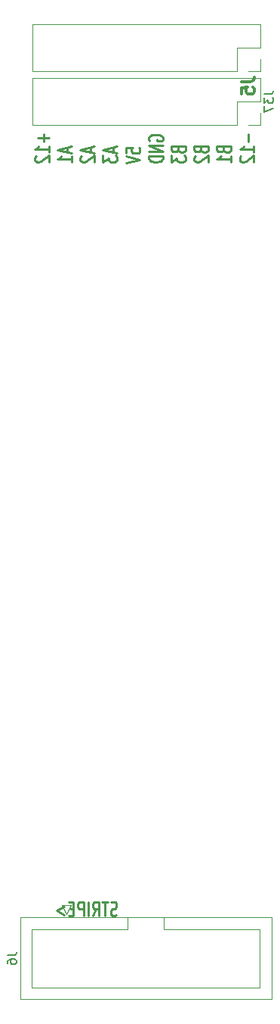
<source format=gbo>
%TF.GenerationSoftware,KiCad,Pcbnew,(6.0.1)*%
%TF.CreationDate,2022-10-19T17:29:48-04:00*%
%TF.ProjectId,ER-PROTO-DB-01,45522d50-524f-4544-9f2d-44422d30312e,1*%
%TF.SameCoordinates,Original*%
%TF.FileFunction,Legend,Bot*%
%TF.FilePolarity,Positive*%
%FSLAX46Y46*%
G04 Gerber Fmt 4.6, Leading zero omitted, Abs format (unit mm)*
G04 Created by KiCad (PCBNEW (6.0.1)) date 2022-10-19 17:29:48*
%MOMM*%
%LPD*%
G01*
G04 APERTURE LIST*
%ADD10C,0.285750*%
%ADD11C,0.150000*%
%ADD12C,0.349250*%
%ADD13C,0.120000*%
G04 APERTURE END LIST*
D10*
X109207023Y-109210059D02*
X109043737Y-109285654D01*
X108771594Y-109285654D01*
X108662737Y-109210059D01*
X108608308Y-109134464D01*
X108553880Y-108983273D01*
X108553880Y-108832083D01*
X108608308Y-108680892D01*
X108662737Y-108605297D01*
X108771594Y-108529702D01*
X108989308Y-108454107D01*
X109098166Y-108378511D01*
X109152594Y-108302916D01*
X109207023Y-108151726D01*
X109207023Y-108000535D01*
X109152594Y-107849345D01*
X109098166Y-107773750D01*
X108989308Y-107698154D01*
X108717166Y-107698154D01*
X108553880Y-107773750D01*
X108227308Y-107698154D02*
X107574166Y-107698154D01*
X107900737Y-109285654D02*
X107900737Y-107698154D01*
X106540023Y-109285654D02*
X106921023Y-108529702D01*
X107193166Y-109285654D02*
X107193166Y-107698154D01*
X106757737Y-107698154D01*
X106648880Y-107773750D01*
X106594451Y-107849345D01*
X106540023Y-108000535D01*
X106540023Y-108227321D01*
X106594451Y-108378511D01*
X106648880Y-108454107D01*
X106757737Y-108529702D01*
X107193166Y-108529702D01*
X106050166Y-109285654D02*
X106050166Y-107698154D01*
X105505880Y-109285654D02*
X105505880Y-107698154D01*
X105070451Y-107698154D01*
X104961594Y-107773750D01*
X104907166Y-107849345D01*
X104852737Y-108000535D01*
X104852737Y-108227321D01*
X104907166Y-108378511D01*
X104961594Y-108454107D01*
X105070451Y-108529702D01*
X105505880Y-108529702D01*
X104362880Y-108454107D02*
X103981880Y-108454107D01*
X103818594Y-109285654D02*
X104362880Y-109285654D01*
X104362880Y-107698154D01*
X103818594Y-107698154D01*
X103328737Y-108227321D02*
X102457880Y-108680892D01*
X103328737Y-109134464D01*
X101006955Y-21894119D02*
X101006955Y-22764976D01*
X101611717Y-22329548D02*
X100402193Y-22329548D01*
X101611717Y-23907976D02*
X101611717Y-23254833D01*
X101611717Y-23581405D02*
X100024217Y-23581405D01*
X100251003Y-23472548D01*
X100402193Y-23363691D01*
X100477789Y-23254833D01*
X100175408Y-24343405D02*
X100099813Y-24397833D01*
X100024217Y-24506691D01*
X100024217Y-24778833D01*
X100099813Y-24887691D01*
X100175408Y-24942119D01*
X100326598Y-24996548D01*
X100477789Y-24996548D01*
X100704574Y-24942119D01*
X101611717Y-24288976D01*
X101611717Y-24996548D01*
X103714021Y-23363691D02*
X103714021Y-23907976D01*
X104167592Y-23254833D02*
X102580092Y-23635833D01*
X104167592Y-24016833D01*
X104167592Y-24996548D02*
X104167592Y-24343405D01*
X104167592Y-24669976D02*
X102580092Y-24669976D01*
X102806878Y-24561119D01*
X102958068Y-24452262D01*
X103033664Y-24343405D01*
X106269896Y-23363691D02*
X106269896Y-23907976D01*
X106723467Y-23254833D02*
X105135967Y-23635833D01*
X106723467Y-24016833D01*
X105287158Y-24343405D02*
X105211563Y-24397833D01*
X105135967Y-24506691D01*
X105135967Y-24778833D01*
X105211563Y-24887691D01*
X105287158Y-24942119D01*
X105438348Y-24996548D01*
X105589539Y-24996548D01*
X105816324Y-24942119D01*
X106723467Y-24288976D01*
X106723467Y-24996548D01*
X108825771Y-23363691D02*
X108825771Y-23907976D01*
X109279342Y-23254833D02*
X107691842Y-23635833D01*
X109279342Y-24016833D01*
X107691842Y-24288976D02*
X107691842Y-24996548D01*
X108296604Y-24615548D01*
X108296604Y-24778833D01*
X108372199Y-24887691D01*
X108447795Y-24942119D01*
X108598985Y-24996548D01*
X108976961Y-24996548D01*
X109128152Y-24942119D01*
X109203747Y-24887691D01*
X109279342Y-24778833D01*
X109279342Y-24452262D01*
X109203747Y-24343405D01*
X109128152Y-24288976D01*
X110247717Y-23962405D02*
X110247717Y-23418119D01*
X111003670Y-23363691D01*
X110928074Y-23418119D01*
X110852479Y-23526976D01*
X110852479Y-23799119D01*
X110928074Y-23907976D01*
X111003670Y-23962405D01*
X111154860Y-24016833D01*
X111532836Y-24016833D01*
X111684027Y-23962405D01*
X111759622Y-23907976D01*
X111835217Y-23799119D01*
X111835217Y-23526976D01*
X111759622Y-23418119D01*
X111684027Y-23363691D01*
X110247717Y-24343405D02*
X111835217Y-24724405D01*
X110247717Y-25105405D01*
X112879188Y-22601691D02*
X112803592Y-22492833D01*
X112803592Y-22329548D01*
X112879188Y-22166262D01*
X113030378Y-22057405D01*
X113181568Y-22002976D01*
X113483949Y-21948548D01*
X113710735Y-21948548D01*
X114013116Y-22002976D01*
X114164307Y-22057405D01*
X114315497Y-22166262D01*
X114391092Y-22329548D01*
X114391092Y-22438405D01*
X114315497Y-22601691D01*
X114239902Y-22656119D01*
X113710735Y-22656119D01*
X113710735Y-22438405D01*
X114391092Y-23145976D02*
X112803592Y-23145976D01*
X114391092Y-23799119D01*
X112803592Y-23799119D01*
X114391092Y-24343405D02*
X112803592Y-24343405D01*
X112803592Y-24615548D01*
X112879188Y-24778833D01*
X113030378Y-24887691D01*
X113181568Y-24942119D01*
X113483949Y-24996548D01*
X113710735Y-24996548D01*
X114013116Y-24942119D01*
X114164307Y-24887691D01*
X114315497Y-24778833D01*
X114391092Y-24615548D01*
X114391092Y-24343405D01*
X116115420Y-23635833D02*
X116191015Y-23799119D01*
X116266610Y-23853548D01*
X116417801Y-23907976D01*
X116644586Y-23907976D01*
X116795777Y-23853548D01*
X116871372Y-23799119D01*
X116946967Y-23690262D01*
X116946967Y-23254833D01*
X115359467Y-23254833D01*
X115359467Y-23635833D01*
X115435063Y-23744691D01*
X115510658Y-23799119D01*
X115661848Y-23853548D01*
X115813039Y-23853548D01*
X115964229Y-23799119D01*
X116039824Y-23744691D01*
X116115420Y-23635833D01*
X116115420Y-23254833D01*
X115359467Y-24288976D02*
X115359467Y-24996548D01*
X115964229Y-24615548D01*
X115964229Y-24778833D01*
X116039824Y-24887691D01*
X116115420Y-24942119D01*
X116266610Y-24996548D01*
X116644586Y-24996548D01*
X116795777Y-24942119D01*
X116871372Y-24887691D01*
X116946967Y-24778833D01*
X116946967Y-24452262D01*
X116871372Y-24343405D01*
X116795777Y-24288976D01*
X118671295Y-23635833D02*
X118746890Y-23799119D01*
X118822485Y-23853548D01*
X118973676Y-23907976D01*
X119200461Y-23907976D01*
X119351652Y-23853548D01*
X119427247Y-23799119D01*
X119502842Y-23690262D01*
X119502842Y-23254833D01*
X117915342Y-23254833D01*
X117915342Y-23635833D01*
X117990938Y-23744691D01*
X118066533Y-23799119D01*
X118217723Y-23853548D01*
X118368914Y-23853548D01*
X118520104Y-23799119D01*
X118595699Y-23744691D01*
X118671295Y-23635833D01*
X118671295Y-23254833D01*
X118066533Y-24343405D02*
X117990938Y-24397833D01*
X117915342Y-24506691D01*
X117915342Y-24778833D01*
X117990938Y-24887691D01*
X118066533Y-24942119D01*
X118217723Y-24996548D01*
X118368914Y-24996548D01*
X118595699Y-24942119D01*
X119502842Y-24288976D01*
X119502842Y-24996548D01*
X121227170Y-23635833D02*
X121302765Y-23799119D01*
X121378360Y-23853548D01*
X121529551Y-23907976D01*
X121756336Y-23907976D01*
X121907527Y-23853548D01*
X121983122Y-23799119D01*
X122058717Y-23690262D01*
X122058717Y-23254833D01*
X120471217Y-23254833D01*
X120471217Y-23635833D01*
X120546813Y-23744691D01*
X120622408Y-23799119D01*
X120773598Y-23853548D01*
X120924789Y-23853548D01*
X121075979Y-23799119D01*
X121151574Y-23744691D01*
X121227170Y-23635833D01*
X121227170Y-23254833D01*
X122058717Y-24996548D02*
X122058717Y-24343405D01*
X122058717Y-24669976D02*
X120471217Y-24669976D01*
X120698003Y-24561119D01*
X120849193Y-24452262D01*
X120924789Y-24343405D01*
X124009830Y-21894119D02*
X124009830Y-22764976D01*
X124614592Y-23907976D02*
X124614592Y-23254833D01*
X124614592Y-23581405D02*
X123027092Y-23581405D01*
X123253878Y-23472548D01*
X123405068Y-23363691D01*
X123480664Y-23254833D01*
X123178283Y-24343405D02*
X123102688Y-24397833D01*
X123027092Y-24506691D01*
X123027092Y-24778833D01*
X123102688Y-24887691D01*
X123178283Y-24942119D01*
X123329473Y-24996548D01*
X123480664Y-24996548D01*
X123707449Y-24942119D01*
X124614592Y-24288976D01*
X124614592Y-24996548D01*
D11*
%TO.C,J37*%
X125782380Y-17420476D02*
X126496666Y-17420476D01*
X126639523Y-17372857D01*
X126734761Y-17277619D01*
X126782380Y-17134761D01*
X126782380Y-17039523D01*
X125782380Y-17801428D02*
X125782380Y-18420476D01*
X126163333Y-18087142D01*
X126163333Y-18230000D01*
X126210952Y-18325238D01*
X126258571Y-18372857D01*
X126353809Y-18420476D01*
X126591904Y-18420476D01*
X126687142Y-18372857D01*
X126734761Y-18325238D01*
X126782380Y-18230000D01*
X126782380Y-17944285D01*
X126734761Y-17849047D01*
X126687142Y-17801428D01*
X125782380Y-18753809D02*
X125782380Y-19420476D01*
X126782380Y-18991904D01*
%TO.C,J6*%
X96962380Y-113684166D02*
X97676666Y-113684166D01*
X97819523Y-113636547D01*
X97914761Y-113541309D01*
X97962380Y-113398452D01*
X97962380Y-113303214D01*
X96962380Y-114588928D02*
X96962380Y-114398452D01*
X97010000Y-114303214D01*
X97057619Y-114255595D01*
X97200476Y-114160357D01*
X97390952Y-114112738D01*
X97771904Y-114112738D01*
X97867142Y-114160357D01*
X97914761Y-114207976D01*
X97962380Y-114303214D01*
X97962380Y-114493690D01*
X97914761Y-114588928D01*
X97867142Y-114636547D01*
X97771904Y-114684166D01*
X97533809Y-114684166D01*
X97438571Y-114636547D01*
X97390952Y-114588928D01*
X97343333Y-114493690D01*
X97343333Y-114303214D01*
X97390952Y-114207976D01*
X97438571Y-114160357D01*
X97533809Y-114112738D01*
D12*
%TO.C,J5*%
X123234982Y-16034334D02*
X124232839Y-16034334D01*
X124432410Y-15967810D01*
X124565458Y-15834762D01*
X124631982Y-15635191D01*
X124631982Y-15502143D01*
X123234982Y-17364810D02*
X123234982Y-16699572D01*
X123900220Y-16633048D01*
X123833696Y-16699572D01*
X123767172Y-16832620D01*
X123767172Y-17165239D01*
X123833696Y-17298286D01*
X123900220Y-17364810D01*
X124033267Y-17431334D01*
X124365886Y-17431334D01*
X124498934Y-17364810D01*
X124565458Y-17298286D01*
X124631982Y-17165239D01*
X124631982Y-16832620D01*
X124565458Y-16699572D01*
X124498934Y-16633048D01*
D13*
%TO.C,J37*%
X125330000Y-15630000D02*
X99810000Y-15630000D01*
X122730000Y-20830000D02*
X122730000Y-18230000D01*
X124000000Y-20830000D02*
X125330000Y-20830000D01*
X125330000Y-18230000D02*
X125330000Y-15630000D01*
X99810000Y-20830000D02*
X99810000Y-15630000D01*
X125330000Y-20830000D02*
X125330000Y-19500000D01*
X122730000Y-20830000D02*
X99810000Y-20830000D01*
X122730000Y-18230000D02*
X125330000Y-18230000D01*
%TO.C,J6*%
X125300000Y-110767500D02*
X114550000Y-110767500D01*
X103110000Y-108067500D02*
X104110000Y-108067500D01*
X126600000Y-109457500D02*
X98400000Y-109457500D01*
X114550000Y-110767500D02*
X114550000Y-109457500D01*
X114550000Y-110767500D02*
X114550000Y-110767500D01*
X99700000Y-110767500D02*
X99700000Y-117267500D01*
X104110000Y-108067500D02*
X103610000Y-109067500D01*
X98400000Y-118577500D02*
X126600000Y-118577500D01*
X126600000Y-118577500D02*
X126600000Y-109457500D01*
X99700000Y-117267500D02*
X125300000Y-117267500D01*
X110450000Y-109457500D02*
X110450000Y-110767500D01*
X125300000Y-117267500D02*
X125300000Y-110767500D01*
X98400000Y-109457500D02*
X98400000Y-118577500D01*
X110450000Y-110767500D02*
X99700000Y-110767500D01*
X103610000Y-109067500D02*
X103110000Y-108067500D01*
%TO.C,J5*%
X122730006Y-14830001D02*
X99810006Y-14830001D01*
X99810006Y-14830001D02*
X99810006Y-9630001D01*
X122730006Y-14830001D02*
X122730006Y-12230001D01*
X122730006Y-12230001D02*
X125330006Y-12230001D01*
X125330006Y-12230001D02*
X125330006Y-9630001D01*
X125330006Y-14830001D02*
X125330006Y-13500001D01*
X125330006Y-9630001D02*
X99810006Y-9630001D01*
X124000006Y-14830001D02*
X125330006Y-14830001D01*
%TD*%
M02*

</source>
